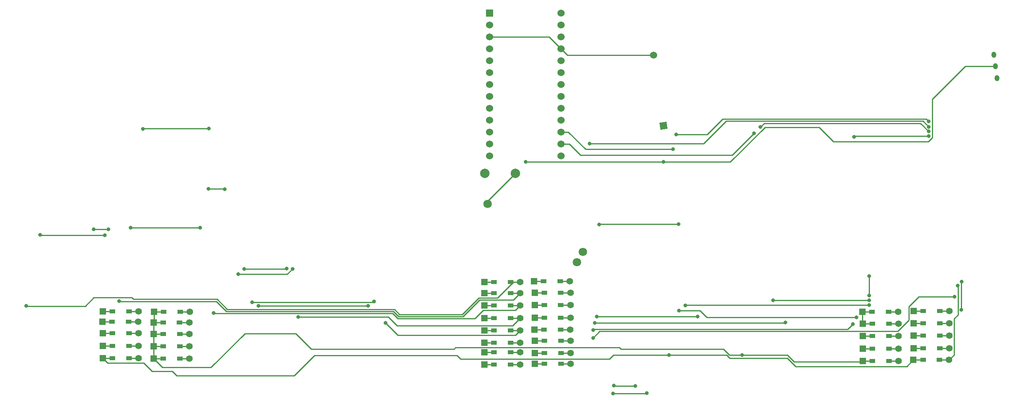
<source format=gbr>
G04 #@! TF.GenerationSoftware,KiCad,Pcbnew,7.0.8*
G04 #@! TF.CreationDate,2023-11-03T07:49:20+09:00*
G04 #@! TF.ProjectId,cool536lcble,636f6f6c-3533-4366-9c63-626c652e6b69,rev?*
G04 #@! TF.SameCoordinates,Original*
G04 #@! TF.FileFunction,Copper,L1,Top*
G04 #@! TF.FilePolarity,Positive*
%FSLAX46Y46*%
G04 Gerber Fmt 4.6, Leading zero omitted, Abs format (unit mm)*
G04 Created by KiCad (PCBNEW 7.0.8) date 2023-11-03 07:49:20*
%MOMM*%
%LPD*%
G01*
G04 APERTURE LIST*
G04 Aperture macros list*
%AMHorizOval*
0 Thick line with rounded ends*
0 $1 width*
0 $2 $3 position (X,Y) of the first rounded end (center of the circle)*
0 $4 $5 position (X,Y) of the second rounded end (center of the circle)*
0 Add line between two ends*
20,1,$1,$2,$3,$4,$5,0*
0 Add two circle primitives to create the rounded ends*
1,1,$1,$2,$3*
1,1,$1,$4,$5*%
%AMRotRect*
0 Rectangle, with rotation*
0 The origin of the aperture is its center*
0 $1 length*
0 $2 width*
0 $3 Rotation angle, in degrees counterclockwise*
0 Add horizontal line*
21,1,$1,$2,0,0,$3*%
G04 Aperture macros list end*
G04 #@! TA.AperFunction,ComponentPad*
%ADD10R,1.397000X1.397000*%
G04 #@! TD*
G04 #@! TA.AperFunction,SMDPad,CuDef*
%ADD11R,1.300000X0.950000*%
G04 #@! TD*
G04 #@! TA.AperFunction,ComponentPad*
%ADD12C,1.397000*%
G04 #@! TD*
G04 #@! TA.AperFunction,ComponentPad*
%ADD13C,1.524000*%
G04 #@! TD*
G04 #@! TA.AperFunction,ComponentPad*
%ADD14R,1.524000X1.524000*%
G04 #@! TD*
G04 #@! TA.AperFunction,ComponentPad*
%ADD15RotRect,1.524000X1.524000X98.000000*%
G04 #@! TD*
G04 #@! TA.AperFunction,ComponentPad*
%ADD16HorizOval,1.000000X0.020876X-0.148540X-0.020876X0.148540X0*%
G04 #@! TD*
G04 #@! TA.AperFunction,ComponentPad*
%ADD17C,1.800000*%
G04 #@! TD*
G04 #@! TA.AperFunction,ComponentPad*
%ADD18C,2.000000*%
G04 #@! TD*
G04 #@! TA.AperFunction,ViaPad*
%ADD19C,0.800000*%
G04 #@! TD*
G04 #@! TA.AperFunction,Conductor*
%ADD20C,0.250000*%
G04 #@! TD*
G04 APERTURE END LIST*
D10*
X147255000Y-213920000D03*
D11*
X149290000Y-213920000D03*
X152840000Y-213920000D03*
D12*
X154875000Y-213920000D03*
D10*
X157966525Y-221536198D03*
D11*
X160001525Y-221536198D03*
X163551525Y-221536198D03*
D12*
X165586525Y-221536198D03*
D10*
X157966525Y-216236198D03*
D11*
X160001525Y-216236198D03*
X163551525Y-216236198D03*
D12*
X165586525Y-216236198D03*
D10*
X227836525Y-220296198D03*
D11*
X229871525Y-220296198D03*
X233421525Y-220296198D03*
D12*
X235456525Y-220296198D03*
D10*
X147255000Y-224270000D03*
D11*
X149290000Y-224270000D03*
X152840000Y-224270000D03*
D12*
X154875000Y-224270000D03*
D10*
X238736525Y-230576198D03*
D11*
X240771525Y-230576198D03*
X244321525Y-230576198D03*
D12*
X246356525Y-230576198D03*
D10*
X238796525Y-225406198D03*
D11*
X240831525Y-225406198D03*
X244381525Y-225406198D03*
D12*
X246416525Y-225406198D03*
D10*
X227936525Y-230796198D03*
D11*
X229971525Y-230796198D03*
X233521525Y-230796198D03*
D12*
X235556525Y-230796198D03*
D10*
X147255000Y-231603802D03*
D11*
X149290000Y-231603802D03*
X152840000Y-231603802D03*
D12*
X154875000Y-231603802D03*
D10*
X65896525Y-224836198D03*
D11*
X67931525Y-224836198D03*
X71481525Y-224836198D03*
D12*
X73516525Y-224836198D03*
D10*
X76696525Y-225016198D03*
D11*
X78731525Y-225016198D03*
X82281525Y-225016198D03*
D12*
X84316525Y-225016198D03*
D10*
X76686525Y-222576198D03*
D11*
X78721525Y-222576198D03*
X82271525Y-222576198D03*
D12*
X84306525Y-222576198D03*
D10*
X65836525Y-222456198D03*
D11*
X67871525Y-222456198D03*
X71421525Y-222456198D03*
D12*
X73456525Y-222456198D03*
D10*
X238796525Y-220106198D03*
D11*
X240831525Y-220106198D03*
X244381525Y-220106198D03*
D12*
X246416525Y-220106198D03*
D10*
X76696525Y-230316198D03*
D11*
X78731525Y-230316198D03*
X82281525Y-230316198D03*
D12*
X84316525Y-230316198D03*
D10*
X157851525Y-213766198D03*
D11*
X159886525Y-213766198D03*
X163436525Y-213766198D03*
D12*
X165471525Y-213766198D03*
D10*
X147255000Y-216320000D03*
D11*
X149290000Y-216320000D03*
X152840000Y-216320000D03*
D12*
X154875000Y-216320000D03*
D13*
X163600000Y-159080000D03*
X163600000Y-161620000D03*
X163600000Y-164160000D03*
X163600000Y-166700000D03*
X163600000Y-169240000D03*
X163600000Y-171780000D03*
X163600000Y-174320000D03*
X163600000Y-176860000D03*
X163600000Y-179400000D03*
X163600000Y-181940000D03*
X163600000Y-184480000D03*
X163600000Y-187020000D03*
X148380000Y-187020000D03*
X148380000Y-184480000D03*
X148380000Y-181940000D03*
X148380000Y-179400000D03*
X148380000Y-176860000D03*
X148380000Y-174320000D03*
X148380000Y-171780000D03*
X148380000Y-169240000D03*
X148380000Y-166700000D03*
X148380000Y-164160000D03*
X148380000Y-161620000D03*
X148380000Y-159080000D03*
D14*
X148380000Y-156540000D03*
D13*
X163600000Y-156540000D03*
D10*
X65866525Y-227566198D03*
D11*
X67901525Y-227566198D03*
X71451525Y-227566198D03*
D12*
X73486525Y-227566198D03*
D15*
X185456530Y-180573001D03*
D13*
X183338316Y-165501121D03*
D10*
X65866525Y-230216198D03*
D11*
X67901525Y-230216198D03*
X71451525Y-230216198D03*
D12*
X73486525Y-230216198D03*
D10*
X158020000Y-226480000D03*
D11*
X160055000Y-226480000D03*
X163605000Y-226480000D03*
D12*
X165640000Y-226480000D03*
D10*
X65876525Y-220176198D03*
D11*
X67911525Y-220176198D03*
X71461525Y-220176198D03*
D12*
X73496525Y-220176198D03*
D10*
X147255000Y-228950000D03*
D11*
X149290000Y-228950000D03*
X152840000Y-228950000D03*
D12*
X154875000Y-228950000D03*
D10*
X227936525Y-225496198D03*
D11*
X229971525Y-225496198D03*
X233521525Y-225496198D03*
D12*
X235556525Y-225496198D03*
D10*
X147255000Y-218970000D03*
D11*
X149290000Y-218970000D03*
X152840000Y-218970000D03*
D12*
X154875000Y-218970000D03*
D10*
X227936525Y-222846198D03*
D11*
X229971525Y-222846198D03*
X233521525Y-222846198D03*
D12*
X235556525Y-222846198D03*
D10*
X238796525Y-222756198D03*
D11*
X240831525Y-222756198D03*
X244381525Y-222756198D03*
D12*
X246416525Y-222756198D03*
D10*
X147255000Y-226880000D03*
D11*
X149290000Y-226880000D03*
X152840000Y-226880000D03*
D12*
X154875000Y-226880000D03*
D10*
X238796525Y-228056198D03*
D11*
X240831525Y-228056198D03*
X244381525Y-228056198D03*
D12*
X246416525Y-228056198D03*
D10*
X76696525Y-227666198D03*
D11*
X78731525Y-227666198D03*
X82281525Y-227666198D03*
D12*
X84316525Y-227666198D03*
D10*
X227936525Y-228146198D03*
D11*
X229971525Y-228146198D03*
X233521525Y-228146198D03*
D12*
X235556525Y-228146198D03*
D10*
X158000000Y-231430000D03*
D11*
X160035000Y-231430000D03*
X163585000Y-231430000D03*
D12*
X165620000Y-231430000D03*
D10*
X76826525Y-220326198D03*
D11*
X78861525Y-220326198D03*
X82411525Y-220326198D03*
D12*
X84446525Y-220326198D03*
D10*
X157891525Y-224076198D03*
D11*
X159926525Y-224076198D03*
X163476525Y-224076198D03*
D12*
X165511525Y-224076198D03*
D10*
X147255000Y-221620000D03*
D11*
X149290000Y-221620000D03*
X152840000Y-221620000D03*
D12*
X154875000Y-221620000D03*
D10*
X158003525Y-229066198D03*
D11*
X160038525Y-229066198D03*
X163588525Y-229066198D03*
D12*
X165623525Y-229066198D03*
D16*
X255882286Y-165450462D03*
X256230219Y-167926132D03*
X256578151Y-170401802D03*
D10*
X157966525Y-218886198D03*
D11*
X160001525Y-218886198D03*
X163551525Y-218886198D03*
D12*
X165586525Y-218886198D03*
D17*
X166994387Y-209704852D03*
X168264387Y-207505147D03*
X147970612Y-197255000D03*
D18*
X147380000Y-190730000D03*
X153880000Y-190730000D03*
D19*
X185450000Y-188335178D03*
X186640000Y-229526532D03*
X187480000Y-185630000D03*
X202220000Y-229505500D03*
X204710000Y-182220000D03*
X63940000Y-202720000D03*
X67060000Y-202720000D03*
X88490000Y-181190000D03*
X74450000Y-181270000D03*
X105110000Y-211070000D03*
X96020000Y-211130000D03*
X122470000Y-219050500D03*
X99050000Y-219000000D03*
X169730000Y-184410000D03*
X241980000Y-180810000D03*
X242010000Y-179690000D03*
X188150000Y-182450000D03*
X206120000Y-180870000D03*
X242003238Y-181809232D03*
X226050000Y-182930000D03*
X242030782Y-182808355D03*
X88410000Y-194080000D03*
X91910000Y-194140000D03*
X106340000Y-211140000D03*
X94790000Y-212290000D03*
X97750000Y-218270000D03*
X123710000Y-218100000D03*
X226610000Y-221530000D03*
X171750000Y-201650000D03*
X188750000Y-220050000D03*
X188670000Y-201560000D03*
X229270000Y-218840000D03*
X190090000Y-218920000D03*
X208820000Y-217840000D03*
X229311490Y-217809271D03*
X229290000Y-212660000D03*
X229290000Y-216810000D03*
X249050000Y-213870000D03*
X248980000Y-219910000D03*
X69320000Y-218020000D03*
X89530000Y-220520000D03*
X107520000Y-221400000D03*
X126160000Y-222660000D03*
X171224500Y-221300000D03*
X192750000Y-221310000D03*
X211470000Y-222610000D03*
X170790000Y-222690000D03*
X170440000Y-224230000D03*
X225830000Y-222950000D03*
X174860000Y-236010000D03*
X179440000Y-236110000D03*
X71790000Y-202320000D03*
X86670000Y-202320000D03*
X174700000Y-237740000D03*
X181910000Y-237670000D03*
X248150000Y-214700000D03*
X66294153Y-203970000D03*
X52480000Y-203900000D03*
X247530000Y-217080000D03*
X170420000Y-225880000D03*
X49560000Y-219030000D03*
X156050000Y-188340000D03*
D20*
X183338316Y-165501121D02*
X164941121Y-165501121D01*
X164941121Y-165501121D02*
X163600000Y-164160000D01*
X199704822Y-188335178D02*
X185450000Y-188335178D01*
X185450000Y-188335178D02*
X160824822Y-188335178D01*
X168830000Y-185630000D02*
X187480000Y-185630000D01*
X163600000Y-181940000D02*
X165140000Y-181940000D01*
X174800000Y-229526532D02*
X186640000Y-229526532D01*
X165140000Y-181940000D02*
X168830000Y-185630000D01*
X186640000Y-229526532D02*
X198870136Y-229526532D01*
X163600000Y-184480000D02*
X165385000Y-184480000D01*
X165385000Y-184480000D02*
X167725000Y-186820000D01*
X167725000Y-186820000D02*
X200110000Y-186820000D01*
X200110000Y-186820000D02*
X204710000Y-182220000D01*
X153880000Y-190730000D02*
X147970612Y-196639388D01*
X147970612Y-196639388D02*
X147970612Y-197255000D01*
X89530000Y-220520000D02*
X89685000Y-220675000D01*
X89685000Y-220675000D02*
X127705000Y-220675000D01*
X147024880Y-219993500D02*
X153851500Y-219993500D01*
X127705000Y-220675000D02*
X128790000Y-221760000D01*
X145258380Y-221760000D02*
X147024880Y-219993500D01*
X128790000Y-221760000D02*
X145258380Y-221760000D01*
X153851500Y-219993500D02*
X154875000Y-218970000D01*
X69320000Y-218020000D02*
X69360000Y-218060000D01*
X128976396Y-221310000D02*
X142716396Y-221310000D01*
X69360000Y-218060000D02*
X90065000Y-218060000D01*
X92230000Y-220225000D02*
X127891396Y-220225000D01*
X90065000Y-218060000D02*
X92230000Y-220225000D01*
X146232896Y-217793500D02*
X153401500Y-217793500D01*
X127891396Y-220225000D02*
X128976396Y-221310000D01*
X142716396Y-221310000D02*
X146232896Y-217793500D01*
X153401500Y-217793500D02*
X154875000Y-216320000D01*
X153465000Y-213920000D02*
X152087500Y-215297500D01*
X90251396Y-217610000D02*
X92416396Y-219775000D01*
X49560000Y-219030000D02*
X49610000Y-219080000D01*
X128077792Y-219775000D02*
X129162792Y-220860000D01*
X62130000Y-219080000D02*
X63915000Y-217295000D01*
X63915000Y-217295000D02*
X72075000Y-217295000D01*
X72390000Y-217610000D02*
X90251396Y-217610000D01*
X72075000Y-217295000D02*
X72390000Y-217610000D01*
X142530000Y-220860000D02*
X146046500Y-217343500D01*
X92416396Y-219775000D02*
X128077792Y-219775000D01*
X49610000Y-219080000D02*
X62130000Y-219080000D01*
X129162792Y-220860000D02*
X142530000Y-220860000D01*
X146046500Y-217343500D02*
X150041500Y-217343500D01*
X150041500Y-217343500D02*
X152087500Y-215297500D01*
X154875000Y-221620000D02*
X153248500Y-223246500D01*
X126780000Y-221400000D02*
X107520000Y-221400000D01*
X153248500Y-223246500D02*
X128626500Y-223246500D01*
X128626500Y-223246500D02*
X126780000Y-221400000D01*
X154875000Y-224270000D02*
X153851500Y-225293500D01*
X153851500Y-225293500D02*
X128793500Y-225293500D01*
X128793500Y-225293500D02*
X126160000Y-222660000D01*
X110330000Y-228240000D02*
X140790000Y-228240000D01*
X176370000Y-228240000D02*
X198220000Y-228240000D01*
X140790000Y-228240000D02*
X141103500Y-227926500D01*
X141103500Y-227926500D02*
X176056500Y-227926500D01*
X176056500Y-227926500D02*
X176370000Y-228240000D01*
X142196500Y-230406500D02*
X173920032Y-230406500D01*
X141380000Y-229590000D02*
X142196500Y-230406500D01*
X173920032Y-230406500D02*
X174800000Y-229526532D01*
X148380000Y-161620000D02*
X161060000Y-161620000D01*
X161060000Y-161620000D02*
X163600000Y-164160000D01*
X74650000Y-231240000D02*
X76430000Y-233020000D01*
X67911525Y-220176198D02*
X65876525Y-220176198D01*
X238796525Y-228056198D02*
X240831525Y-228056198D01*
X67901525Y-230216198D02*
X65866525Y-230216198D01*
X81610000Y-233908260D02*
X106721740Y-233908260D01*
X80721740Y-233020000D02*
X81610000Y-233908260D01*
X76430000Y-233020000D02*
X80721740Y-233020000D01*
X65866525Y-230216198D02*
X66890327Y-231240000D01*
X65836525Y-222456198D02*
X67871525Y-222456198D01*
X240771525Y-230576198D02*
X238736525Y-230576198D01*
X211893604Y-230230000D02*
X213643604Y-231980000D01*
X66890327Y-231240000D02*
X74650000Y-231240000D01*
X111040000Y-229590000D02*
X141380000Y-229590000D01*
X213643604Y-231980000D02*
X237332723Y-231980000D01*
X106721740Y-233908260D02*
X111040000Y-229590000D01*
X198870136Y-229526532D02*
X199573604Y-230230000D01*
X240831525Y-225406198D02*
X238796525Y-225406198D01*
X67931525Y-224836198D02*
X65896525Y-224836198D01*
X240831525Y-220106198D02*
X238796525Y-220106198D01*
X199573604Y-230230000D02*
X211893604Y-230230000D01*
X237332723Y-231980000D02*
X238736525Y-230576198D01*
X65866525Y-227566198D02*
X67901525Y-227566198D01*
X238796525Y-222756198D02*
X240831525Y-222756198D01*
X227836525Y-220296198D02*
X227836525Y-222746198D01*
X76696525Y-230316198D02*
X78570327Y-232190000D01*
X88930000Y-232190000D02*
X96188802Y-224931198D01*
X78721525Y-222576198D02*
X76686525Y-222576198D01*
X96188802Y-224931198D02*
X107021198Y-224931198D01*
X227936525Y-222846198D02*
X229971525Y-222846198D01*
X76686525Y-225006198D02*
X76696525Y-225016198D01*
X213283210Y-230983210D02*
X227749513Y-230983210D01*
X78731525Y-230316198D02*
X76696525Y-230316198D01*
X76826525Y-222436198D02*
X76686525Y-222576198D01*
X229971525Y-230796198D02*
X227936525Y-230796198D01*
X78570327Y-232190000D02*
X88930000Y-232190000D01*
X76826525Y-220326198D02*
X76826525Y-222436198D01*
X76686525Y-222576198D02*
X76686525Y-225006198D01*
X227936525Y-228146198D02*
X229971525Y-228146198D01*
X76696525Y-227666198D02*
X76696525Y-230316198D01*
X199528179Y-229548179D02*
X211848179Y-229548179D01*
X76696525Y-227666198D02*
X78731525Y-227666198D01*
X229871525Y-220296198D02*
X227836525Y-220296198D01*
X227749513Y-230983210D02*
X227936525Y-230796198D01*
X107021198Y-224931198D02*
X110330000Y-228240000D01*
X211848179Y-229548179D02*
X213283210Y-230983210D01*
X229971525Y-225496198D02*
X227936525Y-225496198D01*
X198220000Y-228240000D02*
X199528179Y-229548179D01*
X78731525Y-225016198D02*
X76696525Y-225016198D01*
X227836525Y-222746198D02*
X227936525Y-222846198D01*
X78861525Y-220326198D02*
X76826525Y-220326198D01*
X76696525Y-227666198D02*
X76696525Y-225016198D01*
X149290000Y-221620000D02*
X147255000Y-221620000D01*
X147255000Y-213920000D02*
X149290000Y-213920000D01*
X157966525Y-221536198D02*
X160001525Y-221536198D01*
X149290000Y-216320000D02*
X147255000Y-216320000D01*
X160001525Y-218886198D02*
X157966525Y-218886198D01*
X159926525Y-224076198D02*
X157891525Y-224076198D01*
X147255000Y-218970000D02*
X149290000Y-218970000D01*
X159886525Y-213766198D02*
X157851525Y-213766198D01*
X157966525Y-216236198D02*
X160001525Y-216236198D01*
X147255000Y-224270000D02*
X149290000Y-224270000D01*
X160055000Y-226480000D02*
X158020000Y-226480000D01*
X158000000Y-231430000D02*
X160035000Y-231430000D01*
X160038525Y-229066198D02*
X158003525Y-229066198D01*
X149290000Y-231603802D02*
X147255000Y-231603802D01*
X147255000Y-228950000D02*
X149290000Y-228950000D01*
X149290000Y-226880000D02*
X147255000Y-226880000D01*
X63940000Y-202720000D02*
X67060000Y-202720000D01*
X73496525Y-220176198D02*
X71461525Y-220176198D01*
X74530000Y-181190000D02*
X74450000Y-181270000D01*
X71421525Y-222456198D02*
X73456525Y-222456198D01*
X88490000Y-181190000D02*
X74530000Y-181190000D01*
X73516525Y-224836198D02*
X71481525Y-224836198D01*
X96020000Y-211130000D02*
X105050000Y-211130000D01*
X105050000Y-211130000D02*
X105110000Y-211070000D01*
X71451525Y-227566198D02*
X73486525Y-227566198D01*
X99050000Y-219000000D02*
X112760000Y-219000000D01*
X112760000Y-219000000D02*
X122419500Y-219000000D01*
X122419500Y-219000000D02*
X122470000Y-219050500D01*
X73486525Y-230216198D02*
X71451525Y-230216198D01*
X246416525Y-220106198D02*
X244381525Y-220106198D01*
X198790000Y-179610000D02*
X193990000Y-184410000D01*
X240780000Y-179610000D02*
X198790000Y-179610000D01*
X193990000Y-184410000D02*
X169730000Y-184410000D01*
X241980000Y-180810000D02*
X240780000Y-179610000D01*
X194770000Y-182450000D02*
X188150000Y-182450000D01*
X198060000Y-179160000D02*
X194770000Y-182450000D01*
X242010000Y-179690000D02*
X241480000Y-179160000D01*
X241480000Y-179160000D02*
X198060000Y-179160000D01*
X244381525Y-222756198D02*
X246416525Y-222756198D01*
X240220000Y-180075305D02*
X240204695Y-180060000D01*
X241953927Y-181809232D02*
X240220000Y-180075305D01*
X240204695Y-180060000D02*
X206930000Y-180060000D01*
X206930000Y-180060000D02*
X206120000Y-180870000D01*
X246416525Y-225406198D02*
X244381525Y-225406198D01*
X242003238Y-181809232D02*
X241953927Y-181809232D01*
X244381525Y-228056198D02*
X246416525Y-228056198D01*
X226171645Y-182808355D02*
X226050000Y-182930000D01*
X242030782Y-182808355D02*
X226171645Y-182808355D01*
X84316525Y-225016198D02*
X82281525Y-225016198D01*
X88410000Y-194080000D02*
X91850000Y-194080000D01*
X91850000Y-194080000D02*
X91910000Y-194140000D01*
X94790000Y-212290000D02*
X105190000Y-212290000D01*
X82281525Y-227666198D02*
X84316525Y-227666198D01*
X105190000Y-212290000D02*
X106340000Y-211140000D01*
X97750000Y-218270000D02*
X123540000Y-218270000D01*
X123540000Y-218270000D02*
X123710000Y-218100000D01*
X84316525Y-230316198D02*
X82281525Y-230316198D01*
X188770000Y-220070000D02*
X188750000Y-220050000D01*
X171840000Y-201560000D02*
X171750000Y-201650000D01*
X226610000Y-221530000D02*
X194680000Y-221530000D01*
X193220000Y-220070000D02*
X188770000Y-220070000D01*
X188670000Y-201560000D02*
X171840000Y-201560000D01*
X235456525Y-220296198D02*
X233421525Y-220296198D01*
X194680000Y-221530000D02*
X193220000Y-220070000D01*
X190170000Y-218840000D02*
X190090000Y-218920000D01*
X233521525Y-222846198D02*
X235556525Y-222846198D01*
X229270000Y-218840000D02*
X190170000Y-218840000D01*
X208850729Y-217809271D02*
X208820000Y-217840000D01*
X235556525Y-225496198D02*
X233521525Y-225496198D01*
X229311490Y-217809271D02*
X208850729Y-217809271D01*
X233521525Y-228146198D02*
X235556525Y-228146198D01*
X229290000Y-216810000D02*
X229290000Y-212660000D01*
X248980000Y-213940000D02*
X249050000Y-213870000D01*
X235556525Y-230796198D02*
X233521525Y-230796198D01*
X248980000Y-219910000D02*
X248980000Y-213940000D01*
X154875000Y-216320000D02*
X152840000Y-216320000D01*
X153715000Y-216320000D02*
X154875000Y-216320000D01*
X154875000Y-218970000D02*
X153715000Y-218970000D01*
X152840000Y-218970000D02*
X154875000Y-218970000D01*
X153715000Y-221620000D02*
X154875000Y-221620000D01*
X154875000Y-221620000D02*
X152840000Y-221620000D01*
X152840000Y-224270000D02*
X154875000Y-224270000D01*
X154875000Y-224270000D02*
X153675000Y-224270000D01*
X165471525Y-213766198D02*
X163436525Y-213766198D01*
X171224500Y-221300000D02*
X192740000Y-221300000D01*
X163551525Y-216236198D02*
X165586525Y-216236198D01*
X192740000Y-221300000D02*
X192750000Y-221310000D01*
X211390000Y-222690000D02*
X211470000Y-222610000D01*
X165586525Y-218886198D02*
X163551525Y-218886198D01*
X170790000Y-222690000D02*
X211390000Y-222690000D01*
X170440000Y-224230000D02*
X170650000Y-224020000D01*
X170650000Y-224020000D02*
X224760000Y-224020000D01*
X163551525Y-221536198D02*
X165586525Y-221536198D01*
X224760000Y-224020000D02*
X225830000Y-222950000D01*
X154875000Y-226880000D02*
X152840000Y-226880000D01*
X174960000Y-236110000D02*
X174860000Y-236010000D01*
X179440000Y-236110000D02*
X174960000Y-236110000D01*
X163605000Y-226480000D02*
X165640000Y-226480000D01*
X71790000Y-202320000D02*
X86670000Y-202320000D01*
X82271525Y-222576198D02*
X84306525Y-222576198D01*
X174700000Y-237740000D02*
X181840000Y-237740000D01*
X165623525Y-229066198D02*
X163588525Y-229066198D01*
X181840000Y-237740000D02*
X181910000Y-237670000D01*
X247440025Y-229492698D02*
X246356525Y-230576198D01*
X248150000Y-214700000D02*
X248255000Y-214805000D01*
X248255000Y-220941327D02*
X247424724Y-221771603D01*
X247424724Y-222316949D02*
X247440025Y-222332250D01*
X247424724Y-221771603D02*
X247424724Y-222316949D01*
X246356525Y-230576198D02*
X244321525Y-230576198D01*
X248255000Y-214805000D02*
X248255000Y-220941327D01*
X247440025Y-222332250D02*
X247440025Y-229492698D01*
X84446525Y-220326198D02*
X82411525Y-220326198D01*
X66294153Y-203970000D02*
X52550000Y-203970000D01*
X52550000Y-203970000D02*
X52480000Y-203900000D01*
X152840000Y-228950000D02*
X154875000Y-228950000D01*
X171827302Y-224472698D02*
X235377473Y-224472698D01*
X239900000Y-217080000D02*
X247530000Y-217080000D01*
X237770000Y-222080171D02*
X237770000Y-219210000D01*
X165511525Y-224076198D02*
X163476525Y-224076198D01*
X170420000Y-225880000D02*
X171827302Y-224472698D01*
X237770000Y-219210000D02*
X239900000Y-217080000D01*
X235377473Y-224472698D02*
X237770000Y-222080171D01*
X154875000Y-213920000D02*
X153465000Y-213920000D01*
X152840000Y-213920000D02*
X154875000Y-213920000D01*
X154875000Y-231603802D02*
X152840000Y-231603802D01*
X163585000Y-231430000D02*
X165620000Y-231430000D01*
X207105882Y-180934118D02*
X199704822Y-188335178D01*
X249786966Y-167926132D02*
X242755782Y-174957316D01*
X156054822Y-188335178D02*
X156050000Y-188340000D01*
X160824822Y-188335178D02*
X156054822Y-188335178D01*
X241942881Y-183977119D02*
X221678555Y-183977119D01*
X242755782Y-174957316D02*
X242755782Y-183164218D01*
X242755782Y-183164218D02*
X241942881Y-183977119D01*
X218635554Y-180934118D02*
X207105882Y-180934118D01*
X221678555Y-183977119D02*
X218635554Y-180934118D01*
X256230219Y-167926132D02*
X249786966Y-167926132D01*
M02*

</source>
